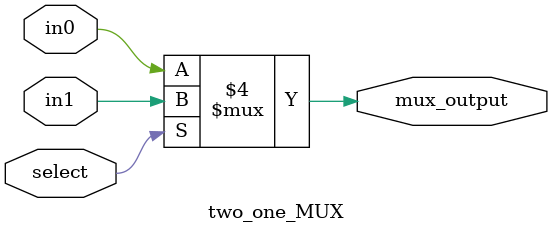
<source format=sv>
module carry_select_adder
(
    input   logic[15:0]     A,
    input   logic[15:0]     B,
    output  logic[15:0]     Sum,
    output  logic           CO
);

    /* TODO
     *
     * Insert code here to implement a carry select.
     * Your code should be completly combinational (don't use always_ff or always_latch).
     * Feel free to create sub-modules or other files. */
	  
	  // carry bits after each select adder (incremented by 4)
	  logic C4, C8, C12;
	  
	  // first adder is just a 4-bit ripple adder...based off diagram on page 6 of lab4 manual
	  four_bit_ripple final_select_0(.x(A[3:0]), .y(B[3:0]), .cin(1'b0), .sum(Sum[3:0]), .cout(C4));
	
	  // need three 4-bit select adders...based off diagram on page 6 on lab4 manual
	  select_adder final_select_1(.x(A[7:4]), .y(B[7:4]), .cin(C4), .sum(Sum[7:4]), .cout(C8));
	  select_adder final_select_2(.x(A[11:8]), .y(B[11:8]), .cin(C8), .sum(Sum[11:8]), .cout(C12));
	  select_adder final_select_3(.x(A[15:12]), .y(B[15:12]), .cin(C12), .sum(Sum[15:12]), .cout(CO));
		     
endmodule

// creating select adder
// inputs: x, y (4 bits), cin (carry-in)
// outputs: sum (4 bits), cout (carry-out)
module select_adder
(
		input[3:0] x,
		input[3:0] y,
		input cin,
		output logic [3:0] sum,
		output logic cout
);

	logic [1:0] C; // two carry bits... one between each adder and one after second adder
	logic [3:0] sum_first; // sum of first addder
	logic [3:0] sum_second; // sum off adder
	
	// need two adders, seen within diagram on page 6 of lab4 manual
	four_bit_ripple first_select_0(.x(x), .y(y), .cin(0), .sum(sum_first), .cout(C[0]));
	four_bit_ripple first_select_1(.x(x), .y(y), .cin(1), .sum(sum_second), .cout(C[1]));

	// need four MUXs as seen in diagram on page 6 of lab4 manual... one for each of the 4 sum bits
two_one_MUX mux_0(.in0(sum_first[0]), .in1(sum_second[0]), .select(cin), .mux_output(sum[0]));
two_one_MUX mux_1(.in0(sum_first[1]), .in1(sum_second[1]), .select(cin), .mux_output(sum[1]));
two_one_MUX mux_2(.in0(sum_first[2]), .in1(sum_second[2]), .select(cin), .mux_output(sum[2]));
two_one_MUX mux_3(.in0(sum_first[3]), .in1(sum_second[3]), .select(cin), .mux_output(sum[3]));
	
	// last MUX replaces AND/OR gates after each select adder
	two_one_MUX mux_4(.in0(C[0]), .in1(C[1]), .select(cin), .mux_output(cout));

endmodule

// creating simple 2:1 MUX
// inputs: in0, in1 (data-in, 2 bits), select (1 bit)
// output: mux_output (output result)
module two_one_MUX
(
			input logic in0,
			input logic in1,
			input logic select,
			output logic mux_output
);
			
			
always_comb

	begin
		
		// determing which data bit should be selected
		if(select == 1'b0)
			mux_output = in0;
		else
			mux_output = in1;
			
	end
	
endmodule


</source>
